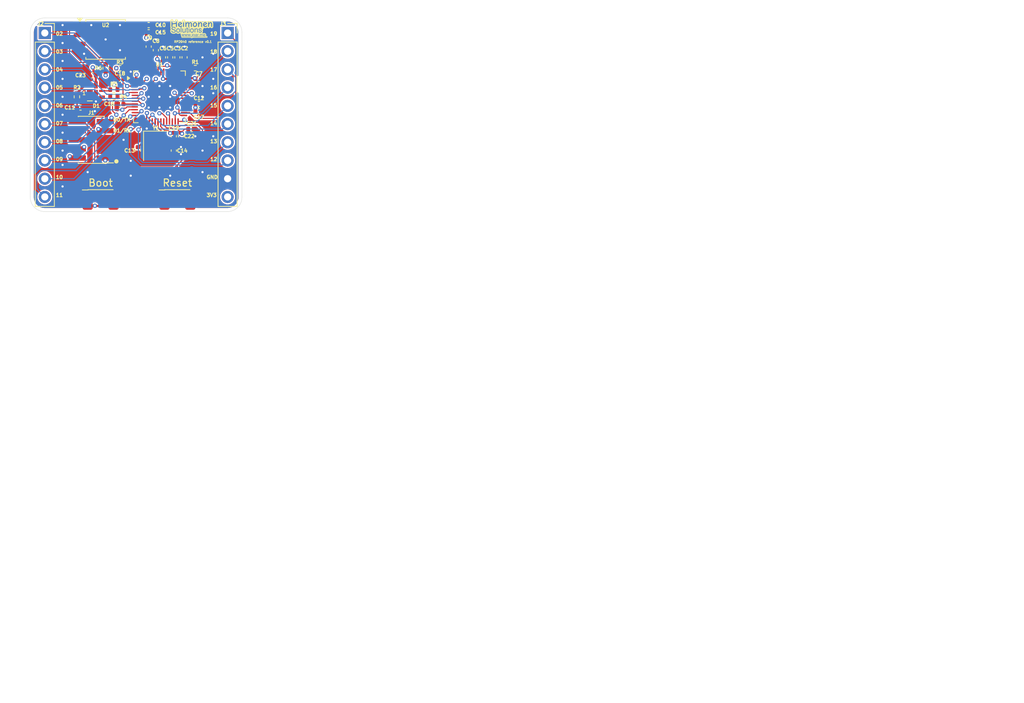
<source format=kicad_pcb>
(kicad_pcb (version 20241229) (generator "pcbnew") (generator_version "9.0")
  (layers (0 "F.Cu" signal) (4 "In1.Cu" signal) (6 "In2.Cu" signal) (2 "B.Cu" signal) (13 "F.Paste" user) (15 "B.Paste" user) (5 "F.SilkS" user "F.Silkscreen") (7 "B.SilkS" user "B.Silkscreen") (1 "F.Mask" user) (3 "B.Mask" user) (25 "Edge.Cuts" user))
  (net 0 "")
  (net 1 "GND")
  (net 2 "IOVDD")
  (net 3 "DVDD")
  (net 4 "nRst")
  (net 5 "Net-(U1-XIN)")
  (net 6 "Net-(U1-XOUT)")
  (net 8 "Net-(D1-SDI)")
  (net 9 "Net-(D1-CKI)")
  (net 11 "TX")
  (net 12 "RX")
  (net 13 "SWDCLK")
  (net 14 "SWDIO")
  (net 17 "GPIO8")
  (net 18 "GPIO7")
  (net 19 "GPIO10")
  (net 20 "GPIO2")
  (net 21 "GPIO5")
  (net 22 "GPIO11")
  (net 23 "GPIO4")
  (net 24 "GPIO9")
  (net 25 "GPIO3")
  (net 26 "GPIO6")
  (net 27 "GPIO16")
  (net 28 "GPIO12")
  (net 29 "GPIO13")
  (net 30 "GPIO14")
  (net 31 "GPIO17")
  (net 32 "GPIO15")
  (net 33 "GPIO19")
  (net 34 "GPIO18")
  (net 35 "ADC_AVDD")
  (net 36 "QSPI_SS")
  (net 37 "SDI")
  (net 38 "CKI")
  (net 41 "QSPI_SCLK")
  (net 43 "QSPI_SD3")
  (net 45 "GPIO20")
  (net 46 "QSPI_SD0")
  (net 48 "QSPI_SD1")
  (net 49 "QSPI_SD2")
  (net 50 "GPIO21")
  (net 51 "GPIO22")
  (net 52 "GPIO23")
  (net 54 "Net-(Boot1-Pad2)")
  (footprint "Capacitor_SMD:C_0402_1005Metric" (layer "F.Cu") (at 115.5 98 180)
    (property "Reference" "C11")
    (property "Value" "100nF")
  )
  (footprint "Capacitor_SMD:C_0402_1005Metric" (layer "F.Cu") (at 128 91 -90)
    (property "Reference" "C5")
    (property "Value" "100nF")
  )
  (footprint "Capacitor_SMD:C_0402_1005Metric" (layer "F.Cu") (at 125 86.5)
    (property "Reference" "C10")
    (property "Value" "22uF")
  )
  (footprint "Crystal:Crystal_SMD_3225-4Pin_3.2x2.5mm" (layer "F.Cu") (at 126 103.35 -90)
    (property "Reference" "Y1")
    (property "Value" "12mhz ABM8-272-T")
  )
  (footprint "Capacitor_SMD:C_0402_1005Metric" (layer "F.Cu") (at 117.15 93.5)
    (property "Reference" "C23")
    (property "Value" "100nF")
  )
  (footprint "Resistor_SMD:R_0402_1005Metric" (layer "F.Cu") (at 121 92.5 180)
    (property "Reference" "R3")
    (property "Value" "10k")
  )
  (footprint "Capacitor_SMD:C_0402_1005Metric" (layer "F.Cu") (at 130 91 -90)
    (property "Reference" "C2")
    (property "Value" "100nF")
  )
  (footprint "Button_Switch_SMD:SW_SPST_EVQP7A" (layer "F.Cu") (at 129 111)
    (property "Reference" "Reset")
    (property "Value" "SW_Push")
  )
  (footprint "Capacitor_SMD:C_0402_1005Metric" (layer "F.Cu") (at 126 90 -90)
    (property "Reference" "C8")
    (property "Value" "100nF")
  )
  (footprint "Capacitor_SMD:C_0402_1005Metric" (layer "F.Cu") (at 129.5 102 90)
    (property "Reference" "C22")
    (property "Value" "1uF")
  )
  (footprint "Connector_PinSocket_2.54mm:PinSocket_1x10_P2.54mm_Vertical" (layer "F.Cu") (at 110.525 87.6)
    (property "Reference" "J2")
    (property "Value" "Conn_01x10_Pin")
  )
  (footprint "Resistor_SMD:R_0402_1005Metric" (layer "F.Cu") (at 115 96.5 90)
    (property "Reference" "R2")
    (property "Value" "10k")
  )
  (footprint "Capacitor_SMD:C_0402_1005Metric" (layer "F.Cu") (at 125 89.5 -90)
    (property "Reference" "C9")
    (property "Value" "1uF")
  )
  (footprint "Capacitor_SMD:C_0402_1005Metric" (layer "F.Cu") (at 132 94 180)
    (property "Reference" "C7")
    (property "Value" "100nF")
  )
  (footprint "Button_Switch_SMD:SW_SPST_EVQP7A" (layer "F.Cu") (at 118.3 111)
    (property "Reference" "Boot")
    (property "Value" "SW_Push")
  )
  (footprint "Capacitor_SMD:C_0402_1005Metric" (layer "F.Cu") (at 132 98.5)
    (property "Reference" "C12")
    (property "Value" "22uF")
  )
  (footprint "Package_SO:SOIC-8_5.3x5.3mm_P1.27mm" (layer "F.Cu") (at 119 88.5)
    (property "Reference" "U2")
    (property "Value" "W25Q128JVS")
  )
  (footprint "logos:logo-smaller" (layer "F.Cu") (at 131 87)
    (property "Reference" "G***" (hide yes))
    (property "Value" "LOGO" (hide yes))
  )
  (footprint "Capacitor_SMD:C_0402_1005Metric" (layer "F.Cu") (at 128.5 104 90)
    (property "Reference" "C14")
    (property "Value" "10pF")
  )
  (footprint "Resistor_SMD:R_0402_1005Metric" (layer "F.Cu") (at 131.5 92.5 180)
    (property "Reference" "R1")
    (property "Value" "10ohm")
  )
  (footprint "Capacitor_SMD:C_0402_1005Metric" (layer "F.Cu") (at 128.5 102 90)
    (property "Reference" "C19")
    (property "Value" "100nF")
  )
  (footprint "Capacitor_SMD:C_0402_1005Metric" (layer "F.Cu") (at 131 101 180)
    (property "Reference" "C21")
    (property "Value" "100nF")
  )
  (footprint "Resistor_SMD:R_0402_1005Metric" (layer "F.Cu") (at 120.15 95.5 180)
    (property "Reference" "R5")
    (property "Value" "220ohm")
  )
  (footprint "Capacitor_SMD:C_0402_1005Metric" (layer "F.Cu") (at 121 94)
    (property "Reference" "C18")
    (property "Value" "100nF")
  )
  (footprint "Capacitor_SMD:C_0402_1005Metric" (layer "F.Cu") (at 125 87.5 180)
    (property "Reference" "C15")
    (property "Value" "100nF")
  )
  (footprint "Package_DFN_QFN:QFN-56-1EP_7x7mm_P0.4mm_EP3.2x3.2mm" (layer "F.Cu") (at 126.5 96.5)
    (property "Reference" "U1")
    (property "Value" "RP2040")
  )
  (footprint "Capacitor_SMD:C_0402_1005Metric" (layer "F.Cu") (at 132 97.5 180)
    (property "Reference" "C17")
    (property "Value" "100nF")
  )
  (footprint "Connector_PinHeader_1.27mm:PinHeader_2x05_P1.27mm_Vertical_SMD" (layer "F.Cu") (at 117 102.5 180)
    (property "Reference" "J1")
    (property "Value" "Conn_02x05_Odd_Even")
  )
  (footprint "LED_SMD:LED-APA102-2020" (layer "F.Cu") (at 117.65 95.67)
    (property "Reference" "D1")
    (property "Value" "APA102-2020")
  )
  (footprint "Connector_PinSocket_2.54mm:PinSocket_1x10_P2.54mm_Vertical" (layer "F.Cu") (at 136 87.6)
    (property "Reference" "J3")
    (property "Value" "Conn_01x10_Pin")
  )
  (footprint "Capacitor_SMD:C_0402_1005Metric" (layer "F.Cu") (at 127 91 -90)
    (property "Reference" "C6")
    (property "Value" "1uF")
  )
  (footprint "Capacitor_SMD:C_0402_1005Metric" (layer "F.Cu") (at 123.5 104 90)
    (property "Reference" "C13")
    (property "Value" "10pF")
  )
  (footprint "Capacitor_SMD:C_0402_1005Metric" (layer "F.Cu") (at 121 97.5)
    (property "Reference" "C16")
    (property "Value" "100nF")
  )
  (footprint "Resistor_SMD:R_0402_1005Metric" (layer "F.Cu") (at 119 92.51 90)
    (property "Reference" "R6")
    (property "Value" "220ohm")
  )
  (footprint "Resistor_SMD:R_0402_1005Metric" (layer "F.Cu") (at 120.15 96.5 180)
    (property "Reference" "R4")
    (property "Value" "220ohm")
  )
  (footprint "Capacitor_SMD:C_0402_1005Metric" (layer "F.Cu") (at 129 91 -90)
    (property "Reference" "C3")
    (property "Value" "1uF")
  )
  (gr_circle (center 120.5 105.5) (end 120.5 105.5) (stroke (width 0.3)) (fill no) (layer "F.SilkS"))
  (gr_line (start 110.5 85.5) (end 136 85.5) (stroke (width 0.05)) (layer "Edge.Cuts"))
  (gr_arc (start 110.5 112.5) (mid 109.085786 111.914214) (end 108.5 110.5) (stroke (width 0.05)) (layer "Edge.Cuts"))
  (gr_line (start 138 110.5) (end 138 87.5) (stroke (width 0.05)) (layer "Edge.Cuts"))
  (gr_arc (start 108.5 87.5) (mid 109.085786 86.085786) (end 110.5 85.5) (stroke (width 0.05)) (layer "Edge.Cuts"))
  (gr_arc (start 138 110.5) (mid 137.414214 111.914214) (end 136 112.5) (stroke (width 0.05)) (layer "Edge.Cuts"))
  (gr_line (start 136 112.5) (end 110.5 112.5) (stroke (width 0.05)) (layer "Edge.Cuts"))
  (gr_line (start 108.5 110.5) (end 108.5 87.5) (stroke (width 0.05)) (layer "Edge.Cuts"))
  (gr_arc (start 136 85.5) (mid 137.414214 86.085786) (end 138 87.5) (stroke (width 0.05)) (layer "Edge.Cuts"))
  (gr_text "13" (at 133.5 103 0) (layer "F.SilkS") (effects (font (size 0.5 0.5) (thickness 0.125) (bold yes)) (justify left bottom)))
  (gr_text "GND" (at 133 108 0) (layer "F.SilkS") (effects (font (size 0.5 0.5) (thickness 0.125) (bold yes)) (justify left bottom)))
  (gr_text "03" (at 112 90.5 0) (layer "F.SilkS") (effects (font (size 0.5 0.5) (thickness 0.125) (bold yes)) (justify left bottom)))
  (gr_text "06" (at 112 98 0) (layer "F.SilkS") (effects (font (size 0.5 0.5) (thickness 0.125) (bold yes)) (justify left bottom)))
  (gr_text "12" (at 133.5 105.5 0) (layer "F.SilkS") (effects (font (size 0.5 0.5) (thickness 0.125) (bold yes)) (justify left bottom)))
  (gr_text "14" (at 133.5 100.5 0) (layer "F.SilkS") (effects (font (size 0.5 0.5) (thickness 0.125) (bold yes)) (justify left bottom)))
  (gr_text "11" (at 112 110.5 0) (layer "F.SilkS") (effects (font (size 0.5 0.5) (thickness 0.125) (bold yes)) (justify left bottom)))
  (gr_text "09" (at 112 105.5 0) (layer "F.SilkS") (effects (font (size 0.5 0.5) (thickness 0.125) (bold yes)) (justify left bottom)))
  (gr_text "04" (at 112 93 0) (layer "F.SilkS") (effects (font (size 0.5 0.5) (thickness 0.125) (bold yes)) (justify left bottom)))
  (gr_text "00/TX" (at 120 100 0) (layer "F.SilkS") (effects (font (size 0.5 0.5) (thickness 0.125) (bold yes)) (justify left bottom)))
  (gr_text "01/RX" (at 120 101.5 0) (layer "F.SilkS") (effects (font (size 0.5 0.5) (thickness 0.125) (bold yes)) (justify left bottom)))
  (gr_text "3V3" (at 133 110.5 0) (layer "F.SilkS") (effects (font (size 0.5 0.5) (thickness 0.125) (bold yes)) (justify left bottom)))
  (gr_text "18" (at 133.5 90.5 0) (layer "F.SilkS") (effects (font (size 0.5 0.5) (thickness 0.125) (bold yes)) (justify left bottom)))
  (gr_text "08" (at 112 103 0) (layer "F.SilkS") (effects (font (size 0.5 0.5) (thickness 0.125) (bold yes)) (justify left bottom)))
  (gr_text "07" (at 112 100.5 0) (layer "F.SilkS") (effects (font (size 0.5 0.5) (thickness 0.125) (bold yes)) (justify left bottom)))
  (gr_text "19" (at 133.5 88 0) (layer "F.SilkS") (effects (font (size 0.5 0.5) (thickness 0.125) (bold yes)) (justify left bottom)))
  (gr_text "15" (at 133.5 98 0) (layer "F.SilkS") (effects (font (size 0.5 0.5) (thickness 0.125) (bold yes)) (justify left bottom)))
  (gr_text "16" (at 133.5 95.5 0) (layer "F.SilkS") (effects (font (size 0.5 0.5) (thickness 0.125) (bold yes)) (justify left bottom)))
  (gr_text "10" (at 112 108 0) (layer "F.SilkS") (effects (font (size 0.5 0.5) (thickness 0.125) (bold yes)) (justify left bottom)))
  (gr_text "17" (at 133.5 93 0) (layer "F.SilkS") (effects (font (size 0.5 0.5) (thickness 0.125) (bold yes)) (justify left bottom)))
  (gr_text "RP2040 reference v0.1" (at 128.5 89 0) (layer "F.SilkS") (effects (font (size 0.3 0.3) (thickness 0.075)) (justify left bottom)))
  (gr_text "05" (at 112 95.5 0) (layer "F.SilkS") (effects (font (size 0.5 0.5) (thickness 0.125) (bold yes)) (justify left bottom)))
  (gr_text "02" (at 112 88 0) (layer "F.SilkS") (effects (font (size 0.5 0.5) (thickness 0.125) (bold yes)) (justify left bottom)))
  (segment (start 121.106 93.414) (end 120.52 94) (width 0.15) (layer "F.Cu") (net 1))
  (segment (start 125.5 99.9375) (end 125.5 100.43742) (width 0.15) (layer "F.Cu") (net 1))
  (segment (start 118.424 93.348984) (end 118.424 94.694) (width 0.15) (layer "F.Cu") (net 1))
  (segment (start 122.5 93) (end 122.086 93.414) (width 0.15) (layer "F.Cu") (net 1))
  (segment (start 118 92.924984) (end 118.424 93.348984) (width 0.15) (layer "F.Cu") (net 1))
  (segment (start 118.65 94.77) (end 118.5 94.77) (width 0.15) (layer "F.Cu") (net 1))
  (segment (start 122.086 93.414) (end 121.106 93.414) (width 0.15) (layer "F.Cu") (net 1))
  (segment (start 125.011685 100.925735) (end 124.725735 100.925735) (width 0.15) (layer "F.Cu") (net 1))
  (segment (start 120.52 94) (end 119.42 94) (width 0.15) (layer "F.Cu") (net 1))
  (segment (start 119.42 94) (end 118.65 94.77) (width 0.15) (layer "F.Cu") (net 1))
  (segment (start 125.5 100.43742) (end 125.011685 100.925735) (width 0.15) (layer "F.Cu") (net 1))
  (segment (start 118 92.5) (end 118 92.924984) (width 0.15) (layer "F.Cu") (net 1))
  (segment (start 118.424 94.694) (end 118.5 94.77) (width 0.15) (layer "F.Cu") (net 1))
  (via (at 121 90) (size 0.6) (drill 0.3) (layers "F.Cu" "B.Cu") (net 1))
  (via (at 132.5 95) (size 0.6) (drill 0.3) (layers "F.Cu" "B.Cu") (net 1))
  (via (at 113 106) (size 0.6) (drill 0.3) (layers "F.Cu" "B.Cu") (net 1))
  (via (at 130 89.5) (size 0.6) (drill 0.3) (layers "F.Cu" "B.Cu") (net 1))
  (via (at 126.5 87.5) (size 0.6) (drill 0.3) (layers "F.Cu" "B.Cu") (net 1))
  (via (at 128 107.5) (size 0.6) (drill 0.3) (layers "F.Cu" "B.Cu") (net 1))
  (via (at 128 95) (size 0.6) (drill 0.3) (layers "F.Cu" "B.Cu") (net 1))
  (via (at 121.5 102.5) (size 0.6) (drill 0.3) (layers "F.Cu" "B.Cu") (net 1))
  (via (at 113 89) (size 0.6) (drill 0.3) (layers "F.Cu" "B.Cu") (net 1))
  (via (at 124.725735 100.925735) (size 0.6) (drill 0.3) (layers "F.Cu" "B.Cu") (net 1))
  (via (at 113 96.5) (size 0.6) (drill 0.3) (layers "F.Cu" "B.Cu") (net 1))
  (via (at 132.5 104) (size 0.6) (drill 0.3) (layers "F.Cu" "B.Cu") (net 1))
  (via (at 122.5 93) (size 0.6) (drill 0.3) (layers "F.Cu" "B.Cu") (net 1))
  (via (at 113 94) (size 0.6) (drill 0.3) (layers "F.Cu" "B.Cu") (net 1))
  (via (at 113 99) (size 0.6) (drill 0.3) (layers "F.Cu" "B.Cu") (net 1))
  (via (at 129.5 103.5) (size 0.6) (drill 0.3) (layers "F.Cu" "B.Cu") (net 1))
  (via (at 128 89.5) (size 0.6) (drill 0.3) (layers "F.Cu" "B.Cu") (net 1))
  (via (at 113 91.5) (size 0.6) (drill 0.3) (layers "F.Cu" "B.Cu") (net 1))
  (via (at 127 89.5) (size 0.6) (drill 0.3) (layers "F.Cu" "B.Cu") (net 1))
  (via (at 126.5 95) (size 0.6) (drill 0.3) (layers "F.Cu" "B.Cu") (net 1))
  (via (at 113 104) (size 0.6) (drill 0.3) (layers "F.Cu" "B.Cu") (net 1))
  (via (at 126.5 96.5) (size 0.6) (drill 0.3) (layers "F.Cu" "B.Cu") (net 1))
  (via (at 113 109) (size 0.6) (drill 0.3) (layers "F.Cu" "B.Cu") (net 1))
  (via (at 117.638267 97.143741) (size 0.6) (drill 0.3) (layers "F.Cu" "B.Cu") (net 1))
  (via (at 117.5 98.5) (size 0.6) (drill 0.3) (layers "F.Cu" "B.Cu") (net 1))
  (via (at 126 88.5) (size 0.6) (drill 0.3) (layers "F.Cu" "B.Cu") (net 1))
  (via (at 128 98) (size 0.6) (drill 0.3) (layers "F.Cu" "B.Cu") (net 1))
  (via (at 113 101.5) (size 0.6) (drill 0.3) (layers "F.Cu" "B.Cu") (net 1))
  (via (at 129 89.5) (size 0.6) (drill 0.3) (layers "F.Cu" "B.Cu") (net 1))
  (via (at 132.5 107) (size 0.6) (drill 0.3) (layers "F.Cu" "B.Cu") (net 1))
  (via (at 126.5 98) (size 0.6) (drill 0.3) (layers "F.Cu" "B.Cu") (net 1))
  (via (at 118 92.5) (size 0.6) (drill 0.3) (layers "F.Cu" "B.Cu") (net 1))
  (via (at 122.5 105.425) (size 0.6) (drill 0.3) (layers "F.Cu" "B.Cu") (net 1))
  (via (at 122.5 107.5) (size 0.6) (drill 0.3) (layers "F.Cu" "B.Cu") (net 1))
  (via (at 113 86.5) (size 0.6) (drill 0.3) (layers "F.Cu" "B.Cu") (net 1))
  (via (at 128 96.5) (size 0.6) (drill 0.3) (layers "F.Cu" "B.Cu") (net 1))
  (via (at 119 88.5) (size 0.6) (drill 0.3) (layers "F.Cu" "B.Cu") (net 1))
  (via (at 125 98) (size 0.6) (drill 0.3) (layers "F.Cu" "B.Cu") (net 1))
  (via (at 129.5 104.5) (size 0.6) (drill 0.3) (layers "F.Cu" "B.Cu") (net 1))
  (via (at 134 102) (size 0.6) (drill 0.3) (layers "F.Cu" "B.Cu") (net 1))
  (via (at 117 86.5) (size 0.6) (drill 0.3) (layers "F.Cu" "B.Cu") (net 1))
  (via (at 115.5 93.5) (size 0.6) (drill 0.3) (layers "F.Cu" "B.Cu") (net 1))
  (via (at 125 96.5) (size 0.6) (drill 0.3) (layers "F.Cu" "B.Cu") (net 1))
  (via (at 134 96) (size 0.6) (drill 0.3) (layers "F.Cu" "B.Cu") (net 1))
  (via (at 121 86.5) (size 0.6) (drill 0.3) (layers "F.Cu" "B.Cu") (net 1))
  (via (at 116.5 107) (size 0.6) (drill 0.3) (layers "F.Cu" "B.Cu") (net 1))
  (via (at 116 90.5) (size 0.6) (drill 0.3) (layers "F.Cu" "B.Cu") (net 1))
  (via (at 134 94) (size 0.6) (drill 0.3) (layers "F.Cu" "B.Cu") (net 1))
  (via (at 126.5 86.5) (size 0.6) (drill 0.3) (layers "F.Cu" "B.Cu") (net 1))
  (via (at 131.5 102) (size 0.6) (drill 0.3) (layers "F.Cu" "B.Cu") (net 1))
  (via (at 132.5 91) (size 0.6) (drill 0.3) (layers "F.Cu" "B.Cu") (net 1))
  (via (at 134 90.5) (size 0.6) (drill 0.3) (layers "F.Cu" "B.Cu") (net 1))
  (via (at 132.5 96.5) (size 0.6) (drill 0.3) (layers "F.Cu" "B.Cu") (net 1))
  (segment (start 115 95.99) (end 116.22 94.77) (width 0.3) (layer "F.Cu") (net 2))
  (segment (start 117.207068 92.393895) (end 117.301 92.487827) (width 0.3) (layer "F.Cu") (net 2))
  (segment (start 130 91.48) (end 129 91.48) (width 0.15) (layer "F.Cu") (net 2))
  (segment (start 129.9375 97.5) (end 131.52 97.5) (width 0.15) (layer "F.Cu") (net 2))
  (segment (start 131.52 94) (end 131.42 93.9) (width 0.15) (layer "F.Cu") (net 2))
  (segment (start 124.663814 88.260727) (end 124.663814 87.643814) (width 0.4) (layer "F.Cu") (net 2))
  (segment (start 128.02 101.52) (end 128.5 101.52) (width 0.15) (layer "F.Cu") (net 2))
  (segment (start 123.3 93.425) (end 123.3 93.6625) (width 0.15) (layer "F.Cu") (net 2))
  (segment (start 126.197335 91.240878) (end 126.197335 90.677335) (width 0.15) (layer "F.Cu") (net 2))
  (segment (start 127.694256 101.194256) (end 128.02 101.52) (width 0.15) (layer "F.Cu") (net 2))
  (segment (start 123.3 93.6625) (end 123.0625 93.9) (width 0.15) (layer "F.Cu") (net 2))
  (segment (start 116.22 94.77) (end 116.8 94.77) (width 0.3) (layer "F.Cu") (net 2))
  (segment (start 122.5875 86.595) (end 124.425 86.595) (width 0.3) (layer "F.Cu") (net 2))
  (segment (start 128.7 91.78) (end 129 91.48) (width 0.15) (layer "F.Cu") (net 2))
  (segment (start 124.52 86.5) (end 124.52 87.5) (width 0.3) (layer "F.Cu") (net 2))
  (segment (start 124.663814 87.643814) (end 124.52 87.5) (width 0.15) (layer "F.Cu") (net 2))
  (segment (start 121.424 97.444) (end 121.424 94.056) (width 0.15) (layer "F.Cu") (net 2))
  (segment (start 131.52 97.5) (end 131.52 98.5) (width 0.15) (layer "F.Cu") (net 2))
  (segment (start 117.63 93.5) (end 117.63 94.82) (width 0.3) (layer "F.Cu") (net 2))
  (segment (start 121.48 94) (end 121.58 93.9) (width 0.15) (layer "F.Cu") (net 2))
  (segment (start 117.63 94.82) (end 117.65 94.84) (width 0.3) (layer "F.Cu") (net 2))
  (segment (start 128.5 101.52) (end 128.055 101.52) (width 0.15) (layer "F.Cu") (net 2))
  (segment (start 121.48 97.5) (end 123.0625 97.5) (width 0.15) (layer "F.Cu") (net 2))
  (segment (start 126.7 100.43742) (end 126.676 100.46142) (width 0.15) (layer "F.Cu") (net 2))
  (segment (start 116.8 94.77) (end 117.58 94.77) (width 0.3) (layer "F.Cu") (net 2))
  (segment (start 121.48 97.5) (end 121.424 97.444) (width 0.15) (layer "F.Cu") (net 2))
  (segment (start 128.7 93.0625) (end 128.7 91.78) (width 0.15) (layer "F.Cu") (net 2))
  (segment (start 128.6 93.9) (end 128.5 94) (width 0.3) (layer "F.Cu") (net 2))
  (segment (start 126.197335 90.677335) (end 126 90.48) (width 0.15) (layer "F.Cu") (net 2))
  (segment (start 131.42 93.9) (end 129.9375 93.9) (width 0.3) (layer "F.Cu") (net 2))
  (segment (start 128.7 93.8) (end 128.7 93.0625) (width 0.15) (layer "F.Cu") (net 2))
  (segment (start 117.58 94.77) (end 117.65 94.84) (width 0.3) (layer "F.Cu") (net 2))
  (segment (start 117.301 92.487827) (end 117.301 93.171) (width 0.3) (layer "F.Cu") (net 2))
  (segment (start 126.7 99.9375) (end 126.7 100.43742) (width 0.15) (layer "F.Cu") (net 2))
  (segment (start 128.5 94) (end 127 94) (width 0.3) (layer "F.Cu") (net 2))
  (segment (start 124.425 86.595) (end 124.52 86.5) (width 0.15) (layer "F.Cu") (net 2))
  (segment (start 131.52 94) (end 131.576 94.056) (width 0.15) (layer "F.Cu") (net 2))
  (segment (start 127 94) (end 127 93.1625) (width 0.15) (layer "F.Cu") (net 2))
  (segment (start 127.1 92.6) (end 127.1 93.0625) (width 0.15) (layer "F.Cu") (net 2))
  (segment (start 127.226 101.194256) (end 127.694256 101.194256) (width 0.15) (layer "F.Cu") (net 2))
  (segment (start 126 90.48) (end 125.5 90.48) (width 0.4) (layer "F.Cu") (net 2))
  (segment (start 127 93.1625) (end 127.1 93.0625) (width 0.15) (layer "F.Cu") (net 2))
  (segment (start 121.58 93.9) (end 123.0625 93.9) (width 0.15) (layer "F.Cu") (net 2))
  (segment (start 131.576 97.444) (end 131.52 97.5) (width 0.15) (layer "F.Cu") (net 2))
  (segment (start 128.055 101.52) (end 128 101.575) (width 0.15) (layer "F.Cu") (net 2))
  (segment (start 117.301 93.171) (end 117.63 93.5) (width 0.3) (layer "F.Cu") (net 2))
  (segment (start 125.5 90.48) (end 125 89.98) (width 0.4) (layer "F.Cu") (net 2))
  (segment (start 128.6 93.9) (end 129.9375 93.9) (width 0.3) (layer "F.Cu") (net 2))
  (segment (start 126.7 93.0625) (end 127.1 93.0625) (width 0.15) (layer "F.Cu") (net 2))
  (segment (start 132.01 92.5) (end 132.01 93.51) (width 0.15) (layer "F.Cu") (net 2))
  (segment (start 126.676 100.644256) (end 127.226 101.194256) (width 0.15) (layer "F.Cu") (net 2))
  (segment (start 121.424 94.056) (end 121.48 94) (width 0.15) (layer "F.Cu") (net 2))
  (segment (start 132.01 93.51) (end 131.52 94) (width 0.15) (layer "F.Cu") (net 2))
  (segment (start 126.676 100.46142) (end 126.676 100.644256) (width 0.15) (layer "F.Cu") (net 2))
  (via (at 124.663814 88.260727) (size 0.6) (drill 0.3) (layers "F.Cu" "B.Cu") (net 2))
  (via (at 126.197335 91.240878) (size 0.6) (drill 0.3) (layers "F.Cu" "B.Cu") (net 2))
  (via (at 123.3 93.425) (size 0.6) (drill 0.3) (layers "F.Cu" "B.Cu") (net 2))
  (via (at 131.52 98) (size 0.6) (drill 0.3) (layers "F.Cu" "B.Cu") (net 2))
  (via (at 127 94) (size 0.6) (drill 0.3) (layers "F.Cu" "B.Cu") (net 2))
  (via (at 128 101.575) (size 0.6) (drill 0.3) (layers "F.Cu" "B.Cu") (net 2))
  (via (at 131.423413 93.903413) (size 0.6) (drill 0.3) (layers "F.Cu" "B.Cu") (net 2))
  (via (at 118.95 105.38) (size 0.6) (drill 0.3) (layers "F.Cu" "B.Cu") (net 2))
  (via (at 117.207068 92.393895) (size 0.6) (drill 0.3) (layers "F.Cu" "B.Cu") (net 2))
  (via (at 120.49 92.5) (size 0.6) (drill 0.3) (layers "F.Cu" "B.Cu") (net 2))
  (segment (start 127 93) (end 127 94) (width 0.3) (layer "B.Cu") (net 2))
  (segment (start 126.5 92.5) (end 127 93) (width 0.3) (layer "B.Cu") (net 2))
  (segment (start 126.197335 91.240878) (end 126.240878 91.240878) (width 0.15) (layer "B.Cu") (net 2))
  (segment (start 126.5 91.5) (end 126.5 92.5) (width 0.3) (layer "B.Cu") (net 2))
  (segment (start 126.240878 91.240878) (end 126.5 91.5) (width 0.3) (layer "B.Cu") (net 2))
  (segment (start 128.957 100.977) (end 128.982 101.002) (width 0.1) (layer "F.Cu") (net 3))
  (segment (start 127.5 92.2) (end 127.575 92.125) (width 0.15) (layer "F.Cu") (net 3))
  (segment (start 127 91.48) (end 126.3 92.18) (width 0.15) (layer "F.Cu") (net 3))
  (segment (start 128.982 101.002) (end 128.884194 101.002) (width 0.15) (layer "F.Cu") (net 3))
  (segment (start 126.61358 92.249) (end 127.5 92.249) (width 0.15) (layer "F.Cu") (net 3))
  (segment (start 128.3 91.78) (end 128 91.48) (width 0.15) (layer "F.Cu") (net 3))
  (segment (start 126.3 92.56258) (end 126.61358 92.249) (width 0.15) (layer "F.Cu") (net 3))
  (segment (start 129.52 101.52) (end 129.643606 101.643606) (width 0.15) (layer "F.Cu") (net 3))
  (segment (start 126.3 93.0625) (end 126.3 92.56258) (width 0.15) (layer "F.Cu") (net 3))
  (segment (start 128.343192 100.977) (end 128.957 100.977) (width 0.1) (layer "F.Cu") (net 3))
  (segment (start 127.5 92.249) (end 128.049 92.249) (width 0.15) (layer "F.Cu") (net 3))
  (segment (start 130.02 101) (end 129.5 101.52) (width 0.15) (layer "F.Cu") (net 3))
  (segment (start 127.1 99.9375) (end 127.1 100.43742) (width 0.15) (layer "F.Cu") (net 3))
  (segment (start 128.049 92.249) (end 128.3 92.5) (width 0.15) (layer "F.Cu") (net 3))
  (segment (start 130.52 101) (end 130.02 101) (width 0.15) (layer "F.Cu") (net 3))
  (segment (start 128.3 93.0625) (end 128.3 92.5) (width 0.15) (layer "F.Cu") (net 3))
  (segment (start 127.1 100.43742) (end 127.505836 100.843256) (width 0.15) (layer "F.Cu") (net 3))
  (segment (start 126.3 92.18) (end 126.3 93.0625) (width 0.15) (layer "F.Cu") (net 3))
  (segment (start 127.505836 100.843256) (end 128.209448 100.843256) (width 0.15) (layer "F.Cu") (net 3))
  (segment (start 129.5 101.52) (end 128.982 101.002) (width 0.15) (layer "F.Cu") (net 3))
  (segment (start 128.209448 100.843256) (end 128.343192 100.977) (width 0.1) (layer "F.Cu") (net 3))
  (segment (start 129.5 101.52) (end 129.52 101.52) (width 0.15) (layer "F.Cu") (net 3))
  (segment (start 127.5 92.249) (end 127.5 92.2) (width 0.15) (layer "F.Cu") (net 3))
  (segment (start 128.3 92.5) (end 128.3 91.78) (width 0.15) (layer "F.Cu") (net 3))
  (via (at 129.643606 101.643606) (size 0.6) (drill 0.3) (layers "F.Cu" "B.Cu") (net 3))
  (via (at 127.575 92.125) (size 0.6) (drill 0.3) (layers "F.Cu" "B.Cu") (net 3))
  (segment (start 117.474 101.532) (end 115.902 99.96) (width 0.15) (layer "F.Cu") (net 4))
  (segment (start 129 106) (end 129 111.72) (width 0.15) (layer "F.Cu") (net 4))
  (segment (start 132.5 101.117806) (end 132.5 102.5) (width 0.15) (layer "F.Cu") (net 4))
  (segment (start 130.8 111.72) (end 129 111.72) (width 0.3) (layer "F.Cu") (net 4))
  (segment (start 115.02 97.03) (end 115 97.01) (width 0.2) (layer "F.Cu") (net 4))
  (segment (start 129.43742 100.5) (end 130.023612 100.5) (width 0.15) (layer "F.Cu") (net 4))
  (segment (start 129.28642 100.651) (end 129.43742 100.5) (width 0.15) (layer "F.Cu") (net 4))
  (segment (start 128.88642 100.651) (end 128.9 100.63742) (width 0.15) (layer "F.Cu") (net 4))
  (segment (start 115.05 99.96) (end 115.05 98.03) (width 0.2) (layer "F.Cu") (net 4))
  (segment (start 128.276 99.9135) (end 128.3 99.9375) (width 0.15) (layer "F.Cu") (net 4))
  (segment (start 129 106) (end 128.5 106.5) (width 0.15) (layer "F.Cu") (net 4))
  (segment (start 115.05 99.96) (end 115.54 99.96) (width 0.2) (layer "F.Cu") (net 4))
  (segment (start 115.02 98) (end 115.02 97.03) (width 0.2) (layer "F.Cu") (net 4))
  (segment (start 128.3 99.9375) (end 128.3 100.43742) (width 0.15) (layer "F.Cu") (net 4))
  (segment (start 130.023612 100.5) (end 130.109612 100.414) (width 0.15) (layer "F.Cu") (net 4))
  (segment (start 128.51358 100.651) (end 128.88642 100.651) (width 0.15) (layer "F.Cu") (net 4))
  (segment (start 132.5 102.5) (end 129 106) (width 0.15) (layer "F.Cu") (net 4))
  (segment (start 130.109612 100.414) (end 131.796194 100.414) (width 0.15) (layer "F.Cu") (net 4))
  (segment (start 118.288 106.5) (end 117.474 105.686) (width 0.15) (layer "F.Cu") (net 4))
  (segment (start 128.5 106.5) (end 118.288 106.5) (width 0.15) (layer "F.Cu") (net 4))
  (segment (start 129 111.72) (end 127.2 111.72) (width 0.3) (layer "F.Cu") (net 4))
  (segment (start 128.3 100.43742) (end 128.51358 100.651) (width 0.15) (layer "F.Cu") (net 4))
  (segment (start 115.902 99.96) (end 115.05 99.96) (width 0.15) (layer "F.Cu") (net 4))
  (segment (start 115.05 98.03) (end 115.02 98) (width 0.2) (layer "F.Cu") (net 4))
  (segment (start 128.9 100.63742) (end 128.91358 100.651) (width 0.15) (layer "F.Cu") (net 4))
  (segment (start 131.796194 100.414) (end 132.5 101.117806) (width 0.15) (layer "F.Cu") (net 4))
  (segment (start 117.474 105.686) (end 117.474 101.532) (width 0.15) (layer "F.Cu") (net 4))
  (segment (start 128.91358 100.651) (end 129.28642 100.651) (width 0.15) (layer "F.Cu") (net 4))
  (segment (start 124.77 102.25) (end 123.5 103.52) (width 0.2) (layer "F.Cu") (net 5))
  (segment (start 125.9 99.9375) (end 125.9 100.6) (width 0.2) (layer "F.Cu") (net 5))
  (segment (start 125.15 102.25) (end 124.77 102.25) (width 0.2) (layer "F.Cu") (net 5))
  (segment (start 125.9 100.6) (end 125.15 101.35) (width 0.2) (layer "F.Cu") (net 5))
  (segment (start 125.15 101.35) (end 125.15 102.25) (width 0.2) (layer "F.Cu") (net 5))
  (segment (start 126.85 101.35) (end 126.552313 101.052313) (width 0.2) (layer "F.Cu") (net 6))
  (segment (start 126.85 102.25) (end 126.85 101.35) (width 0.2) (layer "F.Cu") (net 6))
  (segment (start 127.23 102.25) (end 128.5 103.52) (width 0.2) (layer "F.Cu") (net 6))
  (segment (start 126.552313 101.052313) (end 126.3 100.8) (width 0.2) (layer "F.Cu") (net 6))
  (segment (start 126.3 100.8) (end 126.3 99.9375) (width 0.2) (layer "F.Cu") (net 6))
  (segment (start 126.85 102.25) (end 127.23 102.25) (width 0.2) (layer "F.Cu") (net 6))
  (segment (start 118.5 95.67) (end 119.47 95.67) (width 0.15) (layer "F.Cu") (net 9))
  (segment (start 119.47 95.67) (end 119.64 95.5) (width 0.15) (layer "F.Cu") (net 9))
  (segment (start 124.720468 94) (end 124.420468 94.3) (width 0.15) (layer "F.Cu") (net 11))
  (segment (start 118.95 99.96) (end 119.287228 99.96) (width 0.15) (layer "F.Cu") (net 11))
  (segment (start 124.420468 94.3) (end 123.0625 94.3) (width 0.15) (layer "F.Cu") (net 11))
  (segment (start 119.287228 99.96) (end 119.822228 99.425) (width 0.15) (layer "F.Cu") (net 11))
  (via (at 119.822228 99.425) (size 0.6) (drill 0.3) (layers "F.Cu" "B.Cu") (net 11))
  (via (at 124.720468 94) (size 0.6) (drill 0.3) (layers "F.Cu" "B.Cu") (net 11))
  (segment (start 124.640857 94.576) (end 124.516857 94.7) (width 0.15) (layer "F.Cu") (net 12))
  (segment (start 124.516857 94.7) (end 123.0625 94.7) (width 0.15) (layer "F.Cu") (net 12))
  (segment (start 118.23 101.23) (end 118 101) (width 0.15) (layer "F.Cu") (net 12))
  (segment (start 118.95 101.23) (end 118.23 101.23) (width 0.15) (layer "F.Cu") (net 12))
  (segment (start 126 94) (end 125.424 94.576) (width 0.15) (layer "F.Cu") (net 12))
  (segment (start 125.424 94.576) (end 124.640857 94.576) (width 0.15) (layer "F.Cu") (net 12))
  (via (at 126 94) (size 0.6) (drill 0.3) (layers "F.Cu" "B.Cu") (net 12))
  (via (at 118 101) (size 0.6) (drill 0.3) (layers "F.Cu" "B.Cu") (net 12))
  (segment (start 126.5 98.800003) (end 126.862423 98.800003) (width 0.15) (layer "F.Cu") (net 13))
  (segment (start 126.862423 98.800003) (end 127.5 99.43758) (width 0.15) (layer "F.Cu") (net 13))
  (segment (start 127.5 99.43758) (end 127.5 99.9375) (width 0.15) (layer "F.Cu") (net 13))
  (via (at 126.5 98.800003) (size 0.6) (drill 0.3) (layers "F.Cu" "B.Cu") (net 13))
  (via (at 116 103.5) (size 0.6) (drill 0.3) (layers "F.Cu" "B.Cu") (net 13))
  (segment (start 127.687797 98.812203) (end 127.9 99.024406) (width 0.15) (layer "F.Cu") (net 14))
  (segment (start 114.235 105.04) (end 114 104.805) (width 0.15) (layer "F.Cu") (net 14))
  (segment (start 115.05 105.04) (end 114.235 105.04) (width 0.15) (layer "F.Cu") (net 14))
  (segment (start 127.9 99.024406) (end 127.9 99.9375) (width 0.15) (layer "F.Cu") (net 14))
  (via (at 114 104.805) (size 0.6) (drill 0.3) (layers "F.Cu" "B.Cu") (net 14))
  (via (at 127.687797 98.812203) (size 0.6) (drill 0.3) (layers "F.Cu" "B.Cu") (net 14))
  (segment (start 121.796194 98.086) (end 121.982194 97.9) (width 0.15) (layer "F.Cu") (net 17))
  (segment (start 121.324977 98.309999) (end 121.548976 98.086) (width 0.15) (layer "F.Cu") (net 17))
  (segment (start 121.982194 97.9) (end 123.0625 97.9) (width 0.15) (layer "F.Cu") (net 17))
  (segment (start 121.548976 98.086) (end 121.796194 98.086) (width 0.15) (layer "F.Cu") (net 17))
  (via (at 121.324977 98.309999) (size 0.6) (drill 0.3) (layers "F.Cu" "B.Cu") (net 17))
  (segment (start 115.16 102.84) (end 119.690001 98.309999) (width 0.15) (layer "B.Cu") (net 17))
  (segment (start 119.690001 98.309999) (end 121.324977 98.309999) (width 0.15) (layer "B.Cu") (net 17))
  (segment (start 110.525 102.84) (end 115.16 102.84) (width 0.15) (layer "B.Cu") (net 17))
  (segment (start 124.156587 97.656587) (end 123.6 97.1) (width 0.15) (layer "F.Cu") (net 18))
  (segment (start 123.6 97.1) (end 123.0625 97.1) (width 0.15) (layer "F.Cu") (net 18))
  (via (at 124.156587 97.656587) (size 0.6) (drill 0.3) (layers "F.Cu" "B.Cu") (net 18))
  (segment (start 119.343413 97.656587) (end 124.156587 97.656587) (width 0.15) (layer "B.Cu") (net 18))
  (segment (start 110.525 100.3) (end 116.7 100.3) (width 0.15) (layer "B.Cu") (net 18))
  (segment (start 116.7 100.3) (end 119.343413 97.656587) (width 0.15) (layer "B.Cu") (net 18))
  (segment (start 124 98.5) (end 123.8 98.7) (width 0.15) (layer "F.Cu") (net 19))
  (segment (start 123.8 98.7) (end 123.0625 98.7) (width 0.15) (layer "F.Cu") (net 19))
  (via (at 124 98.5) (size 0.6) (drill 0.3) (layers "F.Cu" "B.Cu") (net 19))
  (segment (start 114.58 107.92) (end 124 98.5) (width 0.15) (layer "B.Cu") (net 19))
  (segment (start 110.525 107.92) (end 114.58 107.92) (width 0.15) (layer "B.Cu") (net 19))
  (segment (start 123.0385 95.076) (end 123.0625 95.1) (width 0.15) (layer "F.Cu") (net 20))
  (segment (start 122.46258 95) (end 122.53858 95.076) (width 0.15) (layer "F.Cu") (net 20))
  (segment (start 122 95) (end 122.46258 95) (width 0.15) (layer "F.Cu") (net 20))
  (segment (start 122.53858 95.076) (end 123.0385 95.076) (width 0.15) (layer "F.Cu") (net 20))
  (via (at 122 95) (size 0.6) (drill 0.3) (layers "F.Cu" "B.Cu") (net 20))
  (segment (start 122 95) (end 114.6 87.6) (width 0.15) (layer "B.Cu") (net 20))
  (segment (start 114.6 87.6) (end 110.525 87.6) (width 0.15) (layer "B.Cu") (net 20))
  (segment (start 124 96) (end 123.7 96.3) (width 0.15) (layer "F.Cu") (net 21))
  (segment (start 123.7 96.3) (end 123.0625 96.3) (width 0.15) (layer "F.Cu") (net 21))
  (via (at 124 96) (size 0.6) (drill 0.3) (layers "F.Cu" "B.Cu") (net 21))
  (segment (start 110.805 95.5) (end 117.5 95.5) (width 0.15) (layer "B.Cu") (net 21))
  (segment (start 117.5 95.5) (end 118.727 96.727) (width 0.15) (layer "B.Cu") (net 21))
  (segment (start 110.525 95.22) (end 110.805 95.5) (width 0.15) (layer "B.Cu") (net 21))
  (segment (start 123.273 96.727) (end 124 96) (width 0.15) (layer "B.Cu") (net 21))
  (segment (start 118.727 96.727) (end 123.273 96.727) (width 0.15) (layer "B.Cu") (net 21))
  (segment (start 122.586827 99.1) (end 122.439018 99.247809) (width 0.15) (layer "F.Cu") (net 22))
  (segment (start 123.0625 99.1) (end 122.586827 99.1) (width 0.15) (layer "F.Cu") (net 22))
  (via (at 122.439018 99.247809) (size 0.6) (drill 0.3) (layers "F.Cu" "B.Cu") (net 22))
  (segment (start 110.525 110.46) (end 109.399 109.334) (width 0.15) (layer "B.Cu") (net 22))
  (segment (start 114.892826 106.794) (end 122.439018 99.247809) (width 0.15) (layer "B.Cu") (net 22))
  (segment (start 110.058595 106.794) (end 114.892826 106.794) (width 0.15) (layer "B.Cu") (net 22))
  (segment (start 109.399 107.453595) (end 110.058595 106.794) (width 0.15) (layer "B.Cu") (net 22))
  (segment (start 109.399 109.334) (end 109.399 107.453595) (width 0.15) (layer "B.Cu") (net 22))
  (segment (start 122.294391 95.9) (end 123.0625 95.9) (width 0.15) (layer "F.Cu") (net 23))
  (segment (start 122.043391 96.151) (end 122.294391 95.9) (width 0.15) (layer "F.Cu") (net 23))
  (via (at 122.043391 96.151) (size 0.6) (drill 0.3) (layers "F.Cu" "B.Cu") (net 23))
  (segment (start 115.68 92.68) (end 119.151 96.151) (width 0.15) (layer "B.Cu") (net 23))
  (segment (start 110.525 92.68) (end 115.68 92.68) (width 0.15) (layer "B.Cu") (net 23))
  (segment (start 119.151 96.151) (end 122.043391 96.151) (width 0.15) (layer "B.Cu") (net 23))
  (segment (start 121.521673 99.085444) (end 122.307117 98.3) (width 0.15) (layer "F.Cu") (net 24))
  (segment (start 122.307117 98.3) (end 123.0625 98.3) (width 0.15) (layer "F.Cu") (net 24))
  (via (at 121.521673 99.085444) (size 0.6) (drill 0.3) (layers "F.Cu" "B.Cu") (net 24))
  (segment (start 110.525 105.38) (end 115.227117 105.38) (width 0.15) (layer "B.Cu") (net 24))
  (segment (start 115.227117 105.38) (end 121.521673 99.085444) (width 0.15) (layer "B.Cu") (net 24))
  (segment (start 123.761412 95.424) (end 123.685412 95.5) (width 0.15) (layer "F.Cu") (net 25))
  (segment (start 124.200336 95.299664) (end 124.076 95.424) (width 0.15) (layer "F.Cu") (net 25))
  (segment (start 124.393799 95.299664) (end 124.200336 95.299664) (width 0.15) (layer "F.Cu") (net 25))
  (segment (start 123.685412 95.5) (end 123.0625 95.5) (width 0.15) (layer "F.Cu") (net 25))
  (segment (start 124.076 95.424) (end 123.761412 95.424) (width 0.15) (layer "F.Cu") (net 25))
  (via (at 124.393799 95.299664) (size 0.6) (drill 0.3) (layers "F.Cu" "B.Cu") (net 25))
  (segment (start 122.238588 95.576) (end 121.761412 95.576) (width 0.15) (layer "B.Cu") (net 25))
  (segment (start 122.314588 95.5) (end 122.238588 95.576) (width 0.15) (layer "B.Cu") (net 25))
  (segment (start 123.5 95.5) (end 122.314588 95.5) (width 0.15) (layer "B.Cu") (net 25))
  (segment (start 123.700336 95.299664) (end 123.5 95.5) (width 0.15) (layer "B.Cu") (net 25))
  (segment (start 124.393799 95.299664) (end 123.700336 95.299664) (width 0.15) (layer "B.Cu") (net 25))
  (segment (start 119.5 95.5) (end 114.14 90.14) (width 0.15) (layer "B.Cu") (net 25))
  (segment (start 114.14 90.14) (end 110.525 90.14) (width 0.15) (layer "B.Cu") (net 25))
  (segment (start 121.761412 95.576) (end 121.685412 95.5) (width 0.15) (layer "B.Cu") (net 25))
  (segment (start 121.685412 95.5) (end 119.5 95.5) (width 0.15) (layer "B.Cu") (net 25))
  (segment (start 124.24398 96.761891) (end 123.761891 96.761891) (width 0.15) (layer "F.Cu") (net 26))
  (segment (start 123.7 96.7) (end 123.0625 96.7) (width 0.15) (layer "F.Cu") (net 26))
  (segment (start 123.761891 96.761891) (end 123.7 96.7) (width 0.15) (layer "F.Cu") (net 26))
  (via (at 124.24398 96.761891) (size 0.6) (drill 0.3) (layers "F.Cu" "B.Cu") (net 26))
  (segment (start 123.734497 96.761891) (end 123.418388 97.078) (width 0.15) (layer "B.Cu") (net 26))
  (segment (start 124.24398 96.761891) (end 123.734497 96.761891) (width 0.15) (layer "B.Cu") (net 26))
  (segment (start 118.24 97.76) (end 110.525 97.76) (width 0.15) (layer "B.Cu") (net 26))
  (segment (start 118.922 97.078) (end 118.24 97.76) (width 0.15) (layer "B.Cu") (net 26))
  (segment (start 123.418388 97.078) (end 118.922 97.078) (width 0.15) (layer "B.Cu") (net 26))
  (segment (start 128.7 98.851208) (end 128.7 99.9375) (width 0.15) (layer "F.Cu") (net 27))
  (segment (start 128.649 98.800208) (end 128.7 98.851208) (width 0.15) (layer "F.Cu") (net 27))
  (via (at 128.649 98.800208) (size 0.6) (drill 0.3) (layers "F.Cu" "B.Cu") (net 27))
  (segment (start 132.419792 98.800208) (end 128.649 98.800208) (width 0.15) (layer "B.Cu") (net 27))
  (segment (start 136 95.22) (end 132.419792 98.800208) (width 0.15) (layer "B.Cu") (net 27))
  (segment (start 122.5 101) (end 122.8375 101) (width 0.15) (layer "F.Cu") (net 28))
  (segment (start 122.8375 101) (end 123.9 99.9375) (width 0.15) (layer "F.Cu") (net 28))
  (via (at 122.5 101) (size 0.6) (drill 0.3) (layers "F.Cu" "B.Cu") (net 28))
  (segment (start 130.761412 105.924) (end 130.685412 106) (width 0.15) (layer "B.Cu") (net 28))
  (segment (start 131.238588 105.924) (end 130.761412 105.924) (width 0.15) (layer "B.Cu") (net 28))
  (segment (start 124 106) (end 122.5 104.5) (width 0.15) (layer "B.Cu") (net 28))
  (segment (start 131.314588 106) (end 131.238588 105.924) (width 0.15) (layer "B.Cu") (net 28))
  (segment (start 130.685412 106) (end 124 106) (width 0.15) (layer "B.Cu") (net 28))
  (segment (start 122.5 104.5) (end 122.5 101) (width 0.15) (layer "B.Cu") (net 28))
  (segment (start 135.38 106) (end 131.314588 106) (width 0.15) (layer "B.Cu") (net 28))
  (segment (start 136 105.38) (end 135.38 106) (width 0.15) (layer "B.Cu") (net 28))
  (segment (start 123.575337 101.075337) (end 123.999674 100.651) (width 0.15) (layer "F.Cu") (net 29))
  (segment (start 124.3 100.350674) (end 124.3 99.9375) (width 0.15) (layer "F.Cu") (net 29))
  (segment (start 124.276 100.46142) (end 124.276 100.374674) (width 0.15) (layer "F.Cu") (net 29))
  (segment (start 124.08642 100.651) (end 124.276 100.46142) (width 0.15) (layer "F.Cu") (net 29))
  (segment (start 123.999674 100.651) (end 124.08642 100.651) (width 0.15) (layer "F.Cu") (net 29))
  (segment (start 124.276 100.374674) (end 124.3 100.350674) (width 0.15) (layer "F.Cu") (net 29))
  (via (at 123.575337 101.075337) (size 0.6) (drill 0.3) (layers "F.Cu" "B.Cu") (net 29))
  (segment (start 130.540023 105.649) (end 130.616024 105.573) (width 0.15) (layer "B.Cu") (net 29))
  (segment (start 131.459977 105.649) (end 133.191 105.649) (width 0.15) (layer "B.Cu") (net 29))
  (segment (start 130.616024 105.573) (end 131.383976 105.573) (width 0.15) (layer "B.Cu") (net 29))
  (segment (start 131.383976 105.573) (end 131.459977 105.649) (width 0.15) (layer "B.Cu") (net 29))
  (segment (start 133.191 105.649) (end 136 102.84) (width 0.15) (layer "B.Cu") (net 29))
  (segment (start 124.145388 105.649) (end 130.540023 105.649) (width 0.15) (layer "B.Cu") (net 29))
  (segment (start 123.575337 101.075337) (end 123.575337 105.078949) (width 0.15) (layer "B.Cu") (net 29))
  (segment (start 123.575337 105.078949) (end 124.145388 105.649) (width 0.15) (layer "B.Cu") (net 29))
  (segment (start 124.7 98.817881) (end 124.7 99.9375) (width 0.15) (layer "F.Cu") (net 30))
  (segment (start 124.755885 98.761996) (end 124.7 98.817881) (width 0.15) (layer "F.Cu") (net 30))
  (via (at 124.755885 98.761996) (size 0.6) (drill 0.3) (layers "F.Cu" "B.Cu") (net 30))
  (segment (start 136 100.3) (end 135.3 101) (width 0.15) (layer "B.Cu") (net 30))
  (segment (start 135.3 101) (end 126.5 101) (width 0.15) (layer "B.Cu") (net 30))
  (segment (start 124.755885 99.255885) (end 124.755885 98.761996) (width 0.15) (layer "B.Cu") (net 30))
  (segment (start 126.5 101) (end 124.755885 99.255885) (width 0.15) (layer "B.Cu") (net 30))
  (segment (start 129.959451 99.7) (end 129.734451 99.925) (width 0.15) (layer "F.Cu") (net 31))
  (segment (start 129.1125 99.925) (end 129.1 99.9375) (width 0.15) (layer "F.Cu") (net 31))
  (segment (start 129.734451 99.925) (end 129.1125 99.925) (width 0.15) (layer "F.Cu") (net 31))
  (via (at 129.959451 99.7) (size 0.6) (drill 0.3) (layers "F.Cu" "B.Cu") (net 31))
  (segment (start 135.370388 96.346) (end 136.466405 96.346) (width 0.15) (layer "B.Cu") (net 31))
  (segment (start 129.959451 99.7) (end 130.184451 99.925) (width 0.15) (layer "B.Cu") (net 31))
  (segment (start 137.126 93.806) (end 136 92.68) (width 0.15) (layer "B.Cu") (net 31))
  (segment (start 131.791388 99.925) (end 135.370388 96.346) (width 0.15) (layer "B.Cu") (net 31))
  (segment (start 130.184451 99.925) (end 131.791388 99.925) (width 0.15) (layer "B.Cu") (net 31))
  (segment (start 136.466405 96.346) (end 137.126 95.686405) (width 0.15) (layer "B.Cu") (net 31))
  (segment (start 137.126 95.686405) (end 137.126 93.806) (width 0.15) (layer "B.Cu") (net 31))
  (segment (start 125.1 99.419662) (end 125.1 99.9375) (width 0.15) (layer "F.Cu") (net 32))
  (segment (start 125.519662 99) (end 125.1 99.419662) (width 0.15) (layer "F.Cu") (net 32))
  (via (at 125.519662 99) (size 0.6) (drill 0.3) (layers "F.Cu" "B.Cu") (net 32))
  (segment (start 136 97.76) (end 133.26 100.5) (width 0.15) (layer "B.Cu") (net 32))
  (segment (start 133.26 100.5) (end 127 100.5) (width 0.15) (layer "B.Cu") (net 32))
  (segment (start 126.215798 99.715798) (end 126.215798 99.696136) (width 0.15) (layer "B.Cu") (net 32))
  (segment (start 126.215798 99.696136) (end 125.519662 99) (width 0.15) (layer "B.Cu") (net 32))
  (segment (start 127 100.5) (end 126.215798 99.715798) (width 0.15) (layer "B.Cu") (net 32))
  (segment (start 137.126 98.226405) (end 137.126 88.726) (width 0.15) (layer "F.Cu") (net 33))
  (segment (start 135.207595 99.5) (end 135.821595 98.886) (width 0.15) (layer "F.Cu") (net 33))
  (segment (start 136.466405 98.886) (end 137.126 98.226405) (width 0.15) (layer "F.Cu") (net 33))
  (segment (start 132.5 99.5) (end 135.207595 99.5) (width 0.15) (layer "F.Cu") (net 33))
  (segment (start 131.5 99.5) (end 132.5 99.5) (width 0.15) (layer "F.Cu") (net 33))
  (segment (start 135.821595 98.886) (end 136.466405 98.886) (width 0.15) (layer "F.Cu") (net 33))
  (segment (start 129.9375 98.7) (end 130.7 98.7) (width 0.15) (layer "F.Cu") (net 33))
  (segment (start 130.7 98.7) (end 131.5 99.5) (width 0.15) (layer "F.Cu") (net 33))
  (segment (start 137.126 88.726) (end 136 87.6) (width 0.15) (layer "F.Cu") (net 33))
  (segment (start 129.41358 99.076) (end 129.9375 99.076) (width 0.15) (layer "F.Cu") (net 34))
  (segment (start 129.224 98.224) (end 129.224 98.48642) (width 0.15) (layer "F.Cu") (net 34))
  (segment (start 129.224 98.48642) (end 129.23758 98.5) (width 0.15) (layer "F.Cu") (net 34))
  (segment (start 129.224 98.51358) (end 129.224 98.88642) (width 0.15) (layer "F.Cu") (net 34))
  (segment (start 129.9375 99.076) (end 129.9375 99.1) (width 0.15) (layer "F.Cu") (net 34))
  (segment (start 129.23758 98.5) (end 129.224 98.51358) (width 0.15) (layer "F.Cu") (net 34))
  (segment (start 129.224 98.88642) (end 129.41358 99.076) (width 0.15) (layer "F.Cu") (net 34))
  (segment (start 129 98) (end 129.224 98.224) (width 0.15) (layer "F.Cu") (net 34))
  (via (at 129 98) (size 0.6) (drill 0.3) (layers "F.Cu" "B.Cu") (net 34))
  (segment (start 129 97.14) (end 129 98) (width 0.15) (layer "B.Cu") (net 34))
  (segment (start 136 90.14) (end 129 97.14) (width 0.15) (layer "B.Cu") (net 34))
  (segment (start 129.6625 92.5) (end 130.99 92.5) (width 0.15) (layer "F.Cu") (net 35))
  (segment (start 129.1 93.0625) (end 129.6625 92.5) (width 0.15) (layer "F.Cu") (net 35))
  (segment (start 121.51 91.733) (end 121.5 91.733) (width 0.2) (layer "F.Cu") (net 36))
  (segment (start 123.9 93.0625) (end 123.9 92.4) (width 0.15) (layer "F.Cu") (net 36))
  (segment (start 113.973 90.402636) (end 113.973 87.222001) (width 0.15) (layer "F.Cu") (net 36))
  (segment (start 121.51 92.5) (end 121.51 91.733) (width 0.2) (layer "F.Cu") (net 36))
  (segment (start 115.278364 91.708) (end 113.973 90.402636) (width 0.15) (layer "F.Cu") (net 36))
  (segment (start 113.973 87.222001) (end 114.600001 86.595) (width 0.15) (layer "F.Cu") (net 36))
  (segment (start 123.9 92.4) (end 123.208 91.708) (width 0.15) (layer "F.Cu") (net 36))
  (segment (start 114.600001 86.595) (end 115.4125 86.595) (width 0.15) (layer "F.Cu") (net 36))
  (segment (start 123.208 91.708) (end 115.278364 91.708) (width 0.15) (layer "F.Cu") (net 36))
  (segment (start 120.66 96.5) (end 120.617806 96.5) (width 0.15) (layer "F.Cu") (net 37))
  (segment (start 129.9375 95.9) (end 130.9 95.9) (width 0.15) (layer "F.Cu") (net 37))
  (segment (start 119.964 97.153806) (end 119.964 98.464) (width 0.15) (layer "F.Cu") (net 37))
  (segment (start 130.9 95.9) (end 131 96) (width 0.15) (layer "F.Cu") (net 37))
  (segment (start 120.617806 96.5) (end 119.964 97.153806) (width 0.15) (layer "F.Cu") (net 37))
  (segment (start 119.964 98.464) (end 120.5 99) (width 0.15) (layer "F.Cu") (net 37))
  (via (at 120.5 99) (size 0.6) (drill 0.3) (layers "F.Cu" "B.Cu") (net 37))
  (via (at 131 96) (size 0.6) (drill 0.3) (layers "F.Cu" "B.Cu") (net 37))
  (segment (start 128.965689 96.3) (end 129.9375 96.3) (width 0.15) (layer "F.Cu") (net 38))
  (segment (start 128.600002 95.934313) (end 128.965689 96.3) (width 0.15) (layer "F.Cu") (net 38))
  (segment (start 120.66 95.30125) (end 120.191742 94.832992) (width 0.15) (layer "F.Cu") (net 38))
  (segment (start 120.66 95.5) (end 120.66 95.30125) (width 0.15) (layer "F.Cu") (net 38))
  (via (at 120.191742 94.832992) (size 0.6) (drill 0.3) (layers "F.Cu" "B.Cu") (net 38))
  (via (at 128.600002 95.934313) (size 0.6) (drill 0.3) (layers "F.Cu" "B.Cu") (net 38))
  (segment (start 124.063 89.798001) (end 124.063 90.559388) (width 0.15) (layer "F.Cu") (net 41))
  (segment (start 123.399999 89.135) (end 124.063 89.798001) (width 0.15) (layer "F.Cu") (net 41))
  (segment (start 125.5 91.996388) (end 125.5 93.0625) (width 0.15) (layer "F.Cu") (net 41))
  (segment (start 124.063 90.559388) (end 125.5 91.996388) (width 0.15) (layer "F.Cu") (net 41))
  (segment (start 122.5875 89.135) (end 123.399999 89.135) (width 0.15) (layer "F.Cu") (net 41))
  (segment (start 123.399999 87.865) (end 124.414 88.879001) (width 0.15) (layer "F.Cu") (net 43))
  (segment (start 124.414 90.414) (end 125.9 91.9) (width 0.15) (layer "F.Cu") (net 43))
  (segment (start 125.9 91.9) (end 125.9 93.0625) (width 0.15) (layer "F.Cu") (net 43))
  (segment (start 124.414 88.879001) (end 124.414 90.414) (width 0.15) (layer "F.Cu") (net 43))
  (segment (start 122.5875 87.865) (end 123.399999 87.865) (width 0.15) (layer "F.Cu") (net 43))
  (segment (start 123.399999 90.405) (end 125.1 92.105001) (width 0.15) (layer "F.Cu") (net 46))
  (segment (start 122.5875 90.405) (end 123.399999 90.405) (width 0.15) (layer "F.Cu") (net 46))
  (segment (start 125.1 92.105001) (end 125.1 93.0625) (width 0.15) (layer "F.Cu") (net 46))
  (segment (start 118.351 91.351) (end 118.357 91.357) (width 0.15) (layer "F.Cu") (net 48))
  (segment (start 117.944611 91.351) (end 118.351 91.351) (width 0.15) (layer "F.Cu") (net 48))
  (segment (start 114.324 88.141001) (end 114.324 89.483636) (width 0.15) (layer "F.Cu") (net 48))
  (segment (start 114.644364 89.804) (end 116.397611 89.804) (width 0.15) (layer "F.Cu") (net 48))
  (segment (start 124.276 92.273777) (end 124.276 93.0385) (width 0.15) (layer "F.Cu") (net 48))
  (segment (start 116.397611 89.804) (end 117.944611 91.351) (width 0.15) (layer "F.Cu") (net 48))
  (segment (start 115.4125 87.865) (end 114.600001 87.865) (width 0.15) (layer "F.Cu") (net 48))
  (segment (start 114.600001 87.865) (end 114.324 88.141001) (width 0.15) (layer "F.Cu") (net 48))
  (segment (start 124.276 93.0385) (end 124.3 93.0625) (width 0.15) (layer "F.Cu") (net 48))
  (segment (start 118.357 91.357) (end 123.357 91.357) (width 0.15) (layer "F.Cu") (net 48))
  (segment (start 123.357 91.357) (end 123.497777 91.497777) (width 0.15) (layer "F.Cu") (net 48))
  (segment (start 123.497777 91.497777) (end 123.5 91.497777) (width 0.15) (layer "F.Cu") (net 48))
  (segment (start 123.5 91.497777) (end 124.276 92.273777) (width 0.15) (layer "F.Cu") (net 48))
  (segment (start 114.324 89.483636) (end 114.644364 89.804) (width 0.15) (layer "F.Cu") (net 48))
  (segment (start 123.498611 91) (end 124.7 92.201389) (width 0.15) (layer "F.Cu") (net 49))
  (segment (start 115.4125 89.135) (end 116.224999 89.135) (width 0.15) (layer "F.Cu") (net 49))
  (segment (start 123.423636 91.006) (end 123.429636 91) (width 0.15) (layer "F.Cu") (net 49))
  (segment (start 121.745364 91) (end 121.751364 91.006) (width 0.15) (layer "F.Cu") (net 49))
  (segment (start 121.751364 91.006) (end 123.423636 91.006) (width 0.15) (layer "F.Cu") (net 49))
  (segment (start 116.224999 89.135) (end 118.089999 91) (width 0.15) (layer "F.Cu") (net 49))
  (segment (start 118.089999 91) (end 121.745364 91) (width 0.15) (layer "F.Cu") (net 49))
  (segment (start 123.429636 91) (end 123.498611 91) (width 0.15) (layer "F.Cu") (net 49))
  (segment (start 124.7 92.201389) (end 124.7 93.0625) (width 0.15) (layer "F.Cu") (net 49))
  (segment (start 119 93.5) (end 119 93.02) (width 0.2) (layer "F.Cu") (net 54))
  (segment (start 120.1 111.72) (end 116.5 111.72) (width 0.3) (layer "F.Cu") (net 54))
  (via (at 117.5 111.7) (size 0.6) (drill 0.3) (layers "F.Cu" "B.Cu") (net 54))
  (via (at 119 93.5) (size 0.6) (drill 0.3) (layers "F.Cu" "B.Cu") (net 54))
  (zone (net 1) (net_name "GND") (layers "F.Cu" "B.Cu" "In1.Cu" "In2.Cu") (connect_pads yes (clearance 0.15)) (min_thickness 0.25) (fill yes (thermal_gap 0.5) (thermal_bridge_width 0.5))
    (polygon (pts (xy 107 114) (xy 107 83) (xy 140.5 83) (xy 140 114)))
  )
)
</source>
